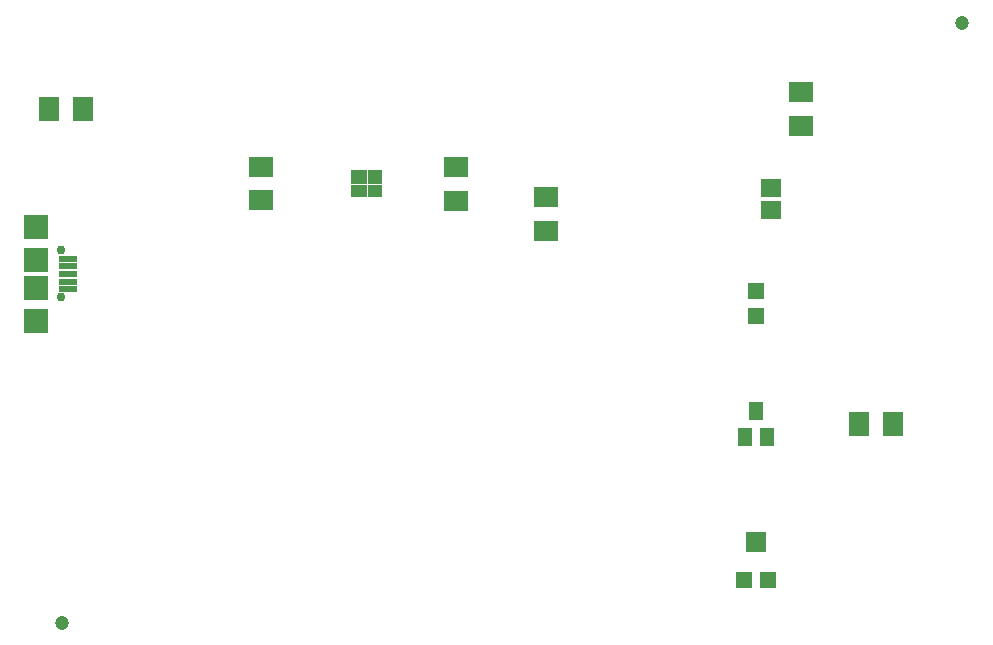
<source format=gbr>
G04 EAGLE Gerber RS-274X export*
G75*
%MOMM*%
%FSLAX34Y34*%
%LPD*%
%INSoldermask Top*%
%IPPOS*%
%AMOC8*
5,1,8,0,0,1.08239X$1,22.5*%
G01*
%ADD10R,2.003200X1.803200*%
%ADD11R,1.549400X0.584200*%
%ADD12R,2.103200X2.103200*%
%ADD13C,0.753200*%
%ADD14R,1.403200X1.403200*%
%ADD15R,2.006200X1.803200*%
%ADD16R,1.803200X1.703200*%
%ADD17R,1.703200X1.503200*%
%ADD18R,1.203200X1.603200*%
%ADD19R,1.803200X2.006200*%
%ADD20C,1.203200*%
%ADD21R,1.153200X1.053200*%
%ADD22R,1.353200X1.053200*%
%ADD23R,1.353200X1.173200*%
%ADD24R,1.153200X1.173200*%


D10*
X-863600Y455900D03*
X-863600Y483900D03*
D11*
X-1027350Y406700D03*
X-1027350Y400200D03*
X-1027350Y393700D03*
X-1027350Y387200D03*
X-1027350Y380700D03*
D12*
X-1054100Y433200D03*
X-1054100Y405700D03*
X-1054100Y381700D03*
X-1054100Y354200D03*
D13*
X-1032600Y413700D03*
X-1032600Y373700D03*
D14*
X-444500Y357800D03*
X-444500Y378800D03*
D15*
X-698500Y484120D03*
X-698500Y455680D03*
D14*
X-454500Y134400D03*
X-434500Y134400D03*
D16*
X-444500Y166900D03*
D17*
X-431800Y447700D03*
X-431800Y466700D03*
D18*
X-444500Y277700D03*
X-435000Y255700D03*
X-454000Y255700D03*
D15*
X-622300Y458720D03*
X-622300Y430280D03*
D19*
X-328680Y266700D03*
X-357120Y266700D03*
D15*
X-406400Y519180D03*
X-406400Y547620D03*
D19*
X-1014480Y533400D03*
X-1042920Y533400D03*
D20*
X-1031800Y98500D03*
X-269800Y606500D03*
D21*
X-767450Y463600D03*
D22*
X-780950Y463600D03*
D23*
X-780950Y475600D03*
D24*
X-767450Y475600D03*
M02*

</source>
